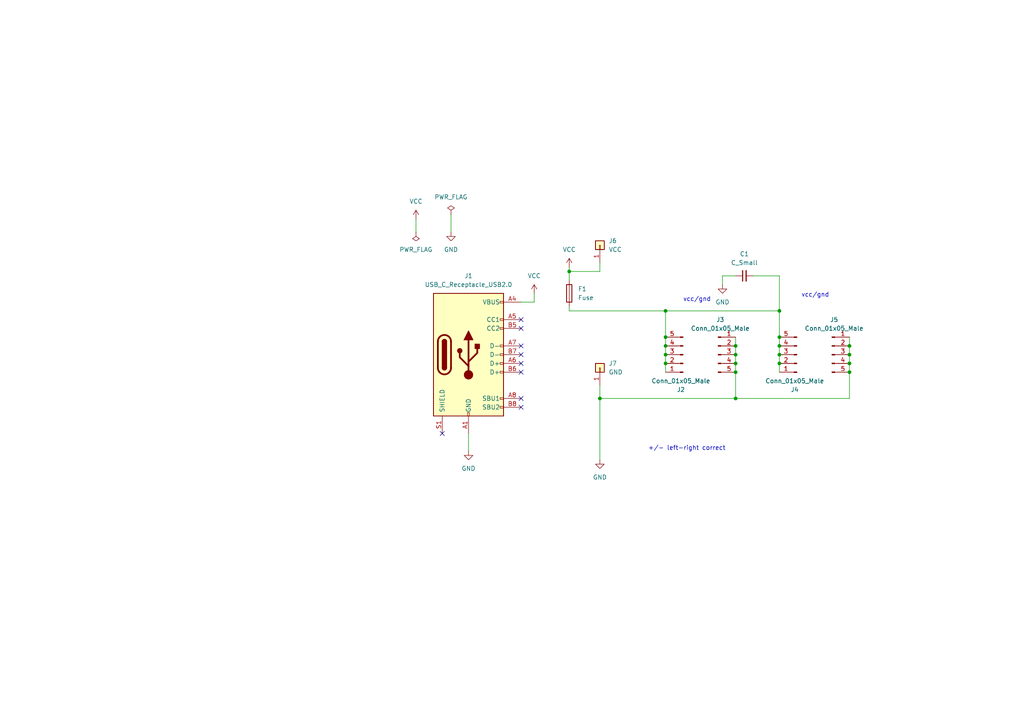
<source format=kicad_sch>
(kicad_sch (version 20211123) (generator eeschema)
  (paper "A4")
  (lib_symbols
    (symbol "Connector:Conn_01x05_Male" (pin_names (offset 1.016) hide)
      (property "Reference" "J" (at 0 7.62 0))
      (property "Value" "Conn_01x05_Male" (at 0 -7.62 0))
      (symbol "Conn_01x05_Male_1_1"
        (polyline (pts (xy 1.27 -5.08) (xy 0.8636 -5.08)) (stroke (width 0.1524)))
        (polyline (pts (xy 1.27 -2.54) (xy 0.8636 -2.54)) (stroke (width 0.1524)))
        (polyline (pts (xy 1.27 0) (xy 0.8636 0)) (stroke (width 0.1524)))
        (polyline (pts (xy 1.27 2.54) (xy 0.8636 2.54)) (stroke (width 0.1524)))
        (polyline (pts (xy 1.27 5.08) (xy 0.8636 5.08)) (stroke (width 0.1524)))
        (rectangle (start 0.8636 -4.953) (end 0 -5.207) (stroke (width 0.1524)) (fill (type outline)))
        (rectangle (start 0.8636 -2.413) (end 0 -2.667) (stroke (width 0.1524)) (fill (type outline)))
        (rectangle (start 0.8636 0.127) (end 0 -0.127) (stroke (width 0.1524)) (fill (type outline)))
        (rectangle (start 0.8636 2.667) (end 0 2.413) (stroke (width 0.1524)) (fill (type outline)))
        (rectangle (start 0.8636 5.207) (end 0 4.953) (stroke (width 0.1524)) (fill (type outline)))
        (pin passive line (at 5.08 5.08 180) (length 3.81) (name "Pin_1") (number "1"))
        (pin passive line (at 5.08 2.54 180) (length 3.81) (name "Pin_2") (number "2"))
        (pin passive line (at 5.08 0 180) (length 3.81) (name "Pin_3") (number "3"))
        (pin passive line (at 5.08 -2.54 180) (length 3.81) (name "Pin_4") (number "4"))
        (pin passive line (at 5.08 -5.08 180) (length 3.81) (name "Pin_5") (number "5"))
      )
    )
    (symbol "Connector:USB_C_Receptacle_USB2.0" (pin_names (offset 1.016))
      (property "Reference" "J" (at -10.16 19.05 0))
      (property "Value" "USB_C_Receptacle_USB2.0" (at 19.05 19.05 0))
      (symbol "USB_C_Receptacle_USB2.0_0_0"
        (rectangle (start -0.254 -17.78) (end 0.254 -16.764))
        (rectangle (start 10.16 -14.986) (end 9.144 -15.494))
        (rectangle (start 10.16 -12.446) (end 9.144 -12.954))
        (rectangle (start 10.16 -4.826) (end 9.144 -5.334))
        (rectangle (start 10.16 -2.286) (end 9.144 -2.794))
        (rectangle (start 10.16 0.254) (end 9.144 -0.254))
        (rectangle (start 10.16 2.794) (end 9.144 2.286))
        (rectangle (start 10.16 7.874) (end 9.144 7.366))
        (rectangle (start 10.16 10.414) (end 9.144 9.906))
        (rectangle (start 10.16 15.494) (end 9.144 14.986))
      )
      (symbol "USB_C_Receptacle_USB2.0_0_1"
        (rectangle (start -10.16 17.78) (end 10.16 -17.78) (stroke (width 0.254)) (fill (type background)))
        (arc (start -8.89 -3.81) (mid -6.985 -5.715) (end -5.08 -3.81) (stroke (width 0.508)))
        (arc (start -7.62 -3.81) (mid -6.985 -4.445) (end -6.35 -3.81) (stroke (width 0.254)))
        (arc (start -7.62 -3.81) (mid -6.985 -4.445) (end -6.35 -3.81) (stroke (width 0.254)) (fill (type outline)))
        (rectangle (start -7.62 -3.81) (end -6.35 3.81) (stroke (width 0.254)) (fill (type outline)))
        (arc (start -6.35 3.81) (mid -6.985 4.445) (end -7.62 3.81) (stroke (width 0.254)))
        (arc (start -6.35 3.81) (mid -6.985 4.445) (end -7.62 3.81) (stroke (width 0.254)) (fill (type outline)))
        (arc (start -5.08 3.81) (mid -6.985 5.715) (end -8.89 3.81) (stroke (width 0.508)))
        (circle (center -2.54 1.143) (radius 0.635) (stroke (width 0.254)) (fill (type outline)))
        (circle (center 0 -5.842) (radius 1.27) (fill (type outline)))
        (polyline (pts (xy -8.89 -3.81) (xy -8.89 3.81)) (stroke (width 0.508)))
        (polyline (pts (xy -5.08 3.81) (xy -5.08 -3.81)) (stroke (width 0.508)))
        (polyline (pts (xy 0 -5.842) (xy 0 4.318)) (stroke (width 0.508)))
        (polyline (pts (xy 0 -3.302) (xy -2.54 -0.762) (xy -2.54 0.508)) (stroke (width 0.508)))
        (polyline (pts (xy 0 -2.032) (xy 2.54 0.508) (xy 2.54 1.778)) (stroke (width 0.508)))
        (polyline (pts (xy -1.27 4.318) (xy 0 6.858) (xy 1.27 4.318) (xy -1.27 4.318)) (stroke (width 0.254)) (fill (type outline)))
        (rectangle (start 1.905 1.778) (end 3.175 3.048) (stroke (width 0.254)) (fill (type outline)))
      )
      (symbol "USB_C_Receptacle_USB2.0_1_1"
        (pin passive line (at 0 -22.86 90) (length 5.08) (name "GND") (number "A1"))
        (pin passive line (at 0 -22.86 90) (length 5.08) hide (name "GND") (number "A12"))
        (pin passive line (at 15.24 15.24 180) (length 5.08) (name "VBUS") (number "A4"))
        (pin bidirectional line (at 15.24 10.16 180) (length 5.08) (name "CC1") (number "A5"))
        (pin bidirectional line (at 15.24 -2.54 180) (length 5.08) (name "D+") (number "A6"))
        (pin bidirectional line (at 15.24 2.54 180) (length 5.08) (name "D-") (number "A7"))
        (pin bidirectional line (at 15.24 -12.7 180) (length 5.08) (name "SBU1") (number "A8"))
        (pin passive line (at 15.24 15.24 180) (length 5.08) hide (name "VBUS") (number "A9"))
        (pin passive line (at 0 -22.86 90) (length 5.08) hide (name "GND") (number "B1"))
        (pin passive line (at 0 -22.86 90) (length 5.08) hide (name "GND") (number "B12"))
        (pin passive line (at 15.24 15.24 180) (length 5.08) hide (name "VBUS") (number "B4"))
        (pin bidirectional line (at 15.24 7.62 180) (length 5.08) (name "CC2") (number "B5"))
        (pin bidirectional line (at 15.24 -5.08 180) (length 5.08) (name "D+") (number "B6"))
        (pin bidirectional line (at 15.24 0 180) (length 5.08) (name "D-") (number "B7"))
        (pin bidirectional line (at 15.24 -15.24 180) (length 5.08) (name "SBU2") (number "B8"))
        (pin passive line (at 15.24 15.24 180) (length 5.08) hide (name "VBUS") (number "B9"))
        (pin passive line (at -7.62 -22.86 90) (length 5.08) (name "SHIELD") (number "S1"))
      )
    )
    (symbol "Connector_Generic:Conn_01x01" (pin_names (offset 1.016) hide)
      (property "Reference" "J" (at 0 2.54 0))
      (property "Value" "Conn_01x01" (at 0 -2.54 0))
      (symbol "Conn_01x01_1_1"
        (rectangle (start -1.27 0.127) (end 0 -0.127) (stroke (width 0.1524)))
        (rectangle (start -1.27 1.27) (end 1.27 -1.27) (stroke (width 0.254)) (fill (type background)))
        (pin passive line (at -5.08 0 0) (length 3.81) (name "Pin_1") (number "1"))
      )
    )
    (symbol "Device:C_Small" (pin_numbers hide) (pin_names (offset 0.254) hide)
      (property "Reference" "C" (at 0.254 1.778 0))
      (property "Value" "C_Small" (at 0.254 -2.032 0))
      (symbol "C_Small_0_1"
        (polyline (pts (xy -1.524 -0.508) (xy 1.524 -0.508)) (stroke (width 0.3302)))
        (polyline (pts (xy -1.524 0.508) (xy 1.524 0.508)) (stroke (width 0.3048)))
      )
      (symbol "C_Small_1_1"
        (pin passive line (at 0 2.54 270) (length 2.032) (name "~") (number "1"))
        (pin passive line (at 0 -2.54 90) (length 2.032) (name "~") (number "2"))
      )
    )
    (symbol "Device:Fuse" (pin_numbers hide) (pin_names (offset 0))
      (property "Reference" "F" (at 2.032 0 90))
      (property "Value" "Fuse" (at -1.905 0 90))
      (symbol "Fuse_0_1"
        (rectangle (start -0.762 -2.54) (end 0.762 2.54) (stroke (width 0.254)))
        (polyline (pts (xy 0 2.54) (xy 0 -2.54)))
      )
      (symbol "Fuse_1_1"
        (pin passive line (at 0 3.81 270) (length 1.27) (name "~") (number "1"))
        (pin passive line (at 0 -3.81 90) (length 1.27) (name "~") (number "2"))
      )
    )
    (symbol "power:GND" (power) (pin_names (offset 0))
      (property "Value" "GND" (at 0 -3.81 0))
      (symbol "GND_0_1"
        (polyline (pts (xy 0 0) (xy 0 -1.27) (xy 1.27 -1.27) (xy 0 -2.54) (xy -1.27 -1.27) (xy 0 -1.27)))
      )
      (symbol "GND_1_1"
        (pin power_in line (at 0 0 270) (length 0) hide (name "GND") (number "1"))
      )
    )
    (symbol "power:PWR_FLAG" (power) (pin_numbers hide) (pin_names (offset 0) hide)
      (property "Value" "PWR_FLAG" (at 0 3.81 0))
      (symbol "PWR_FLAG_0_0"
        (pin power_out line (at 0 0 90) (length 0) (name "pwr") (number "1"))
      )
      (symbol "PWR_FLAG_0_1"
        (polyline (pts (xy 0 0) (xy 0 1.27) (xy -1.016 1.905) (xy 0 2.54) (xy 1.016 1.905) (xy 0 1.27)))
      )
    )
    (symbol "power:VCC" (power) (pin_names (offset 0))
      (property "Value" "VCC" (at 0 3.81 0))
      (symbol "VCC_0_1"
        (polyline (pts (xy -0.762 1.27) (xy 0 2.54)))
        (polyline (pts (xy 0 0) (xy 0 2.54)))
        (polyline (pts (xy 0 2.54) (xy 0.762 1.27)))
      )
      (symbol "VCC_1_1"
        (pin power_in line (at 0 0 90) (length 0) hide (name "VCC") (number "1"))
      )
    )
  )
  (junction (at 246.38 105.41))
  (junction (at 193.04 90.17))
  (junction (at 246.38 102.87))
  (junction (at 226.06 90.17))
  (junction (at 193.04 105.41))
  (junction (at 173.99 115.57))
  (junction (at 226.06 97.79))
  (junction (at 213.36 105.41))
  (junction (at 213.36 100.33))
  (junction (at 193.04 102.87))
  (junction (at 246.38 107.95))
  (junction (at 213.36 115.57))
  (junction (at 165.1 78.74))
  (junction (at 246.38 100.33))
  (junction (at 213.36 107.95))
  (junction (at 193.04 100.33))
  (junction (at 226.06 102.87))
  (junction (at 226.06 100.33))
  (junction (at 193.04 97.79))
  (junction (at 213.36 102.87))
  (junction (at 226.06 105.41))
  (no_connect (at 151.13 100.33))
  (no_connect (at 151.13 102.87))
  (no_connect (at 151.13 105.41))
  (no_connect (at 151.13 107.95))
  (no_connect (at 151.13 115.57))
  (no_connect (at 151.13 118.11))
  (no_connect (at 128.27 125.73))
  (no_connect (at 151.13 92.71))
  (no_connect (at 151.13 95.25))
  (wire (pts (xy 226.06 90.17) (xy 193.04 90.17)))
  (wire (pts (xy 218.44 80.01) (xy 226.06 80.01)))
  (wire (pts (xy 151.13 87.63) (xy 154.94 87.63)))
  (wire (pts (xy 246.38 102.87) (xy 246.38 105.41)))
  (wire (pts (xy 173.99 76.2) (xy 173.99 78.74)))
  (wire (pts (xy 226.06 97.79) (xy 226.06 90.17)))
  (wire (pts (xy 165.1 78.74) (xy 165.1 81.28)))
  (wire (pts (xy 135.89 125.73) (xy 135.89 130.81)))
  (wire (pts (xy 173.99 115.57) (xy 173.99 133.35)))
  (wire (pts (xy 209.55 80.01) (xy 213.36 80.01)))
  (wire (pts (xy 165.1 77.47) (xy 165.1 78.74)))
  (wire (pts (xy 226.06 102.87) (xy 226.06 105.41)))
  (wire (pts (xy 226.06 105.41) (xy 226.06 107.95)))
  (wire (pts (xy 246.38 97.79) (xy 246.38 100.33)))
  (wire (pts (xy 213.36 102.87) (xy 213.36 105.41)))
  (wire (pts (xy 173.99 78.74) (xy 165.1 78.74)))
  (wire (pts (xy 226.06 97.79) (xy 226.06 100.33)))
  (wire (pts (xy 213.36 100.33) (xy 213.36 102.87)))
  (wire (pts (xy 213.36 115.57) (xy 213.36 107.95)))
  (wire (pts (xy 246.38 107.95) (xy 246.38 115.57)))
  (wire (pts (xy 193.04 105.41) (xy 193.04 107.95)))
  (wire (pts (xy 246.38 115.57) (xy 213.36 115.57)))
  (wire (pts (xy 173.99 111.76) (xy 173.99 115.57)))
  (wire (pts (xy 226.06 100.33) (xy 226.06 102.87)))
  (wire (pts (xy 193.04 100.33) (xy 193.04 102.87)))
  (wire (pts (xy 193.04 90.17) (xy 193.04 97.79)))
  (wire (pts (xy 213.36 115.57) (xy 173.99 115.57)))
  (wire (pts (xy 213.36 97.79) (xy 213.36 100.33)))
  (wire (pts (xy 130.81 62.23) (xy 130.81 67.31)))
  (wire (pts (xy 193.04 90.17) (xy 165.1 90.17)))
  (wire (pts (xy 246.38 105.41) (xy 246.38 107.95)))
  (wire (pts (xy 154.94 87.63) (xy 154.94 85.09)))
  (wire (pts (xy 193.04 97.79) (xy 193.04 100.33)))
  (wire (pts (xy 226.06 80.01) (xy 226.06 90.17)))
  (wire (pts (xy 165.1 90.17) (xy 165.1 88.9)))
  (wire (pts (xy 213.36 105.41) (xy 213.36 107.95)))
  (wire (pts (xy 193.04 102.87) (xy 193.04 105.41)))
  (wire (pts (xy 209.55 82.55) (xy 209.55 80.01)))
  (wire (pts (xy 120.65 63.5) (xy 120.65 67.31)))
  (wire (pts (xy 246.38 100.33) (xy 246.38 102.87)))
  (text "vcc/gnd\n" (at 198.12 87.63 0) (effects (font (size 1.27 1.27)) (justify left bottom)))
  (text "+/- left-right correct\n" (at 187.96 130.81 0) (effects (font (size 1.27 1.27)) (justify left bottom)))
  (text "vcc/gnd\n" (at 232.41 86.36 0) (effects (font (size 1.27 1.27)) (justify left bottom)))
  (symbol (lib_id "Device:Fuse") (at 165.1 85.09 0) (unit 1)
    (property "Reference" "F1" (at 167.64 83.8199 0) (effects (justify left)))
    (property "Value" "Fuse" (at 167.64 86.3599 0) (effects (justify left)))
    (property "Footprint" "Fuse:Fuse_1812_4532Metric_Pad1.30x3.40mm_HandSolder" (effects hide))
  )
  (symbol (lib_id "Device:C_Small") (at 215.9 80.01 90) (unit 1)
    (property "Reference" "C1" (at 215.9063 73.66 90))
    (property "Value" "C_Small" (at 215.9063 76.2 90))
  )
  (symbol (lib_id "Connector:USB_C_Receptacle_USB2.0") (at 135.89 102.87 0) (unit 1)
    (property "Reference" "J1" (at 135.89 80.01 0))
    (property "Value" "USB_C_Receptacle_USB2.0" (at 135.89 82.55 0))
    (property "Footprint" "Connector_USB:USB_C_Receptacle_HRO_TYPE-C-31-M-12" (effects hide))
    (property "Datasheet" "https://www.usb.org/sites/default/files/documents/usb_type-c.zip" (effects hide))
  )
  (symbol (lib_id "power:GND") (at 130.81 67.31 0) (unit 1)
    (property "Reference" "#PWR06" (effects hide))
    (property "Value" "GND" (at 130.81 72.39 0))
  )
  (symbol (lib_id "Connector_Generic:Conn_01x01") (at 173.99 106.68 90) (unit 1)
    (property "Reference" "J7" (at 176.53 105.4099 90) (effects (justify right)))
    (property "Value" "GND" (at 176.53 107.9499 90) (effects (justify right)))
    (property "Footprint" "0myLib:5mm_pad" (effects hide))
  )
  (symbol (lib_id "power:GND") (at 135.89 130.81 0) (unit 1)
    (property "Reference" "#PWR01" (effects hide))
    (property "Value" "GND" (at 135.89 135.89 0))
  )
  (symbol (lib_id "power:VCC") (at 165.1 77.47 0) (unit 1)
    (property "Reference" "#PWR03" (effects hide))
    (property "Value" "VCC" (at 165.1 72.39 0))
  )
  (symbol (lib_id "Connector:Conn_01x05_Male") (at 231.14 102.87 180) (unit 1)
    (property "Reference" "J4" (at 230.505 113.03 0))
    (property "Value" "Conn_01x05_Male" (at 230.505 110.49 0))
    (property "Footprint" "Connector_PinHeader_2.54mm:PinHeader_1x05_P2.54mm_Vertical" (effects hide))
  )
  (symbol (lib_id "power:VCC") (at 120.65 63.5 0) (unit 1)
    (property "Reference" "#PWR05" (effects hide))
    (property "Value" "VCC" (at 120.65 58.42 0))
  )
  (symbol (lib_id "power:PWR_FLAG") (at 130.81 62.23 0) (unit 1)
    (property "Reference" "#FLG02" (effects hide))
    (property "Value" "PWR_FLAG" (at 130.81 57.15 0))
  )
  (symbol (lib_id "Connector_Generic:Conn_01x01") (at 173.99 71.12 90) (unit 1)
    (property "Reference" "J6" (at 176.53 69.8499 90) (effects (justify right)))
    (property "Value" "VCC" (at 176.53 72.3899 90) (effects (justify right)))
    (property "Footprint" "0myLib:5mm_pad" (effects hide))
  )
  (symbol (lib_id "power:GND") (at 173.99 133.35 0) (unit 1)
    (property "Reference" "#PWR04" (effects hide))
    (property "Value" "GND" (at 173.99 138.43 0))
  )
  (symbol (lib_id "Connector:Conn_01x05_Male") (at 198.12 102.87 180) (unit 1)
    (property "Reference" "J2" (at 197.485 113.03 0))
    (property "Value" "Conn_01x05_Male" (at 197.485 110.49 0))
    (property "Footprint" "Connector_PinHeader_2.54mm:PinHeader_1x05_P2.54mm_Vertical" (effects hide))
  )
  (symbol (lib_id "Connector:Conn_01x05_Male") (at 241.3 102.87 0) (unit 1)
    (property "Reference" "J5" (at 241.935 92.71 0))
    (property "Value" "Conn_01x05_Male" (at 241.935 95.25 0))
    (property "Footprint" "Connector_PinHeader_2.54mm:PinHeader_1x05_P2.54mm_Vertical" (effects hide))
  )
  (symbol (lib_id "Connector:Conn_01x05_Male") (at 208.28 102.87 0) (unit 1)
    (property "Reference" "J3" (at 208.915 92.71 0))
    (property "Value" "Conn_01x05_Male" (at 208.915 95.25 0))
    (property "Footprint" "Connector_PinHeader_2.54mm:PinHeader_1x05_P2.54mm_Vertical" (effects hide))
  )
  (symbol (lib_id "power:PWR_FLAG") (at 120.65 67.31 180) (unit 1)
    (property "Reference" "#FLG01" (effects hide))
    (property "Value" "PWR_FLAG" (at 120.65 72.39 0))
  )
  (symbol (lib_id "power:GND") (at 209.55 82.55 0) (unit 1)
    (property "Reference" "#PWR07" (effects hide))
    (property "Value" "GND" (at 209.55 87.63 0))
  )
  (symbol (lib_id "power:VCC") (at 154.94 85.09 0) (unit 1)
    (property "Reference" "#PWR02" (effects hide))
    (property "Value" "VCC" (at 154.94 80.01 0))
  )
)
</source>
